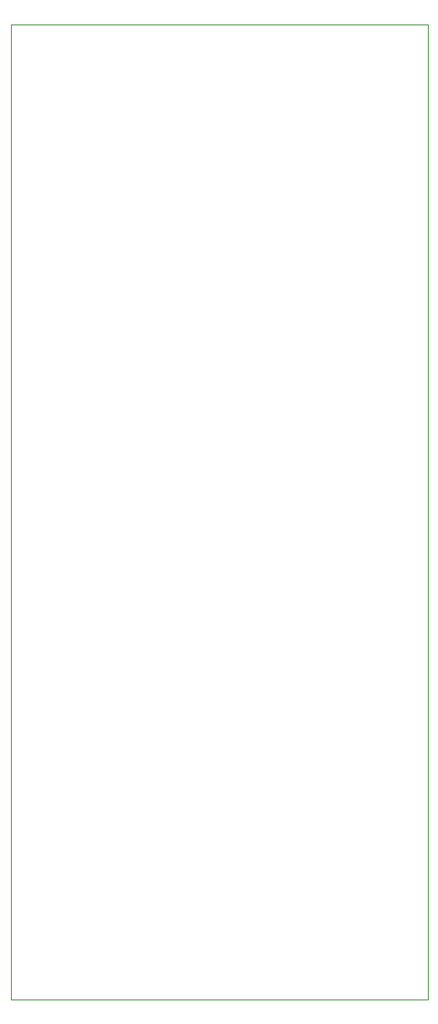
<source format=gbr>
%TF.GenerationSoftware,KiCad,Pcbnew,(5.1.6)-1*%
%TF.CreationDate,2021-09-19T14:55:01-05:00*%
%TF.ProjectId,BptoMega2,4270746f-4d65-4676-9132-2e6b69636164,rev?*%
%TF.SameCoordinates,Original*%
%TF.FileFunction,Profile,NP*%
%FSLAX46Y46*%
G04 Gerber Fmt 4.6, Leading zero omitted, Abs format (unit mm)*
G04 Created by KiCad (PCBNEW (5.1.6)-1) date 2021-09-19 14:55:01*
%MOMM*%
%LPD*%
G01*
G04 APERTURE LIST*
%TA.AperFunction,Profile*%
%ADD10C,0.050000*%
%TD*%
G04 APERTURE END LIST*
D10*
X92710000Y-63500000D02*
X92710000Y-161290000D01*
X50800000Y-161290000D02*
X92710000Y-161290000D01*
X92710000Y-63500000D02*
X50800000Y-63500000D01*
X50800000Y-63500000D02*
X50800000Y-161290000D01*
M02*

</source>
